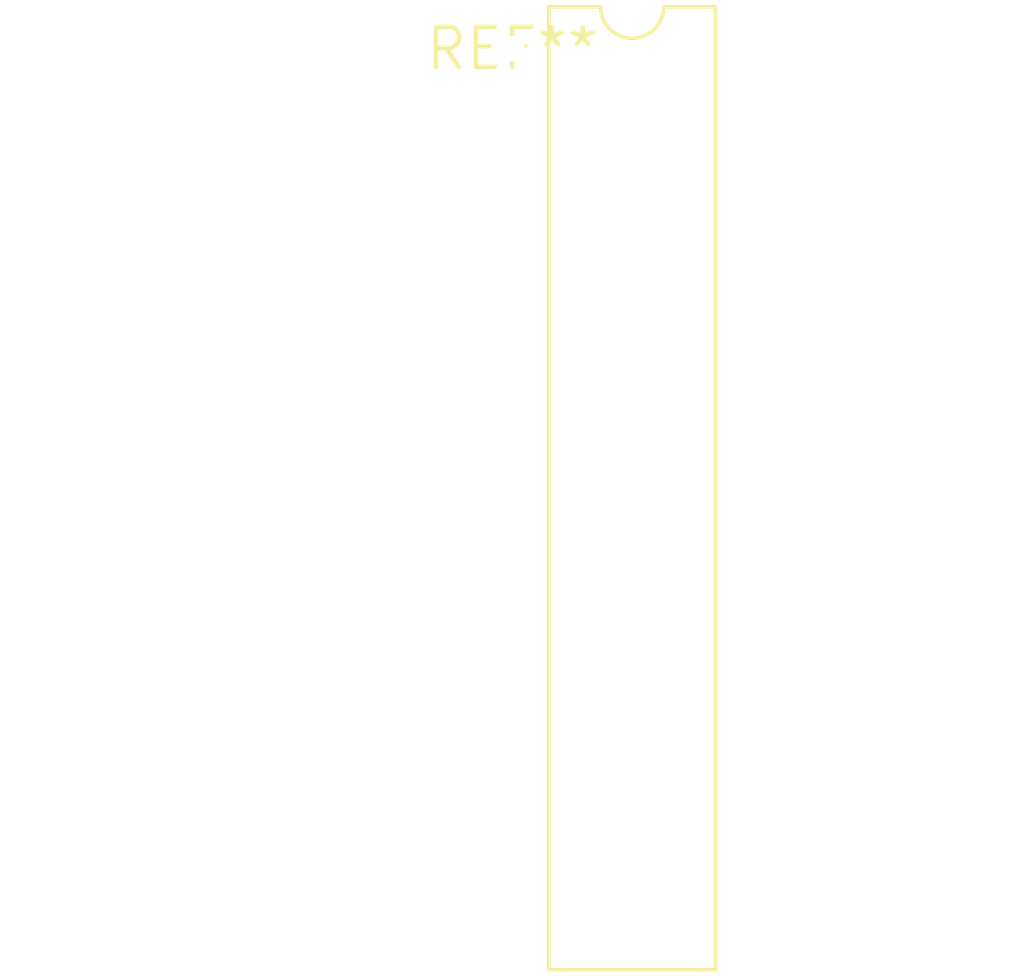
<source format=kicad_pcb>
(kicad_pcb (version 20240108) (generator pcbnew)
  (layers (0 "F.Cu" signal) (31 "B.Cu" signal) (34 "B.Paste" user) (35 "F.Paste" user) (36 "B.SilkS" user "B.Silkscreen") (37 "F.SilkS" user "F.Silkscreen") (38 "B.Mask" user) (39 "F.Mask" user) (44 "Edge.Cuts" user))
  (net 0 "")
  (footprint "CERDIP-24_W7.62mm_SideBrazed" (layer "F.Cu") (at 0 0)
    (property "Reference" "REF**")
    (property "Value" "CERDIP-24_W7.62mm_SideBrazed")
    (fp_line (start 1.16 -1.33) (end 1.16 29.27) (layer "F.SilkS") (stroke (width 0.12)))
    (fp_line (start 1.16 29.27) (end 6.46 29.27) (layer "F.SilkS") (stroke (width 0.12)))
    (fp_line (start 2.81 -1.33) (end 1.16 -1.33) (layer "F.SilkS") (stroke (width 0.12)))
    (fp_line (start 6.46 -1.33) (end 4.81 -1.33) (layer "F.SilkS") (stroke (width 0.12)))
    (fp_line (start 6.46 29.27) (end 6.46 -1.33) (layer "F.SilkS") (stroke (width 0.12)))
    (fp_arc (start 4.81 -1.33) (mid 3.81 -0.33) (end 2.81 -1.33) (layer "F.SilkS") (stroke (width 0.12)))
    (pad "1" thru_hole rect (at 0 0) (size 1.6 1.6) (drill 0.8) (layers *.Cu *.Mask) (remove_unused_layers))
    (pad "2" thru_hole circle (at 0 2.54) (size 1.6 1.6) (drill 0.8) (layers *.Cu *.Mask) (remove_unused_layers))
    (pad "3" thru_hole circle (at 0 5.08) (size 1.6 1.6) (drill 0.8) (layers *.Cu *.Mask) (remove_unused_layers))
    (pad "4" thru_hole circle (at 0 7.62) (size 1.6 1.6) (drill 0.8) (layers *.Cu *.Mask) (remove_unused_layers))
    (pad "5" thru_hole circle (at 0 10.16) (size 1.6 1.6) (drill 0.8) (layers *.Cu *.Mask) (remove_unused_layers))
    (pad "6" thru_hole circle (at 0 12.7) (size 1.6 1.6) (drill 0.8) (layers *.Cu *.Mask) (remove_unused_layers))
    (pad "7" thru_hole circle (at 0 15.24) (size 1.6 1.6) (drill 0.8) (layers *.Cu *.Mask) (remove_unused_layers))
    (pad "8" thru_hole circle (at 0 17.78) (size 1.6 1.6) (drill 0.8) (layers *.Cu *.Mask) (remove_unused_layers))
    (pad "9" thru_hole circle (at 0 20.32) (size 1.6 1.6) (drill 0.8) (layers *.Cu *.Mask) (remove_unused_layers))
    (pad "10" thru_hole circle (at 0 22.86) (size 1.6 1.6) (drill 0.8) (layers *.Cu *.Mask) (remove_unused_layers))
    (pad "11" thru_hole circle (at 0 25.4) (size 1.6 1.6) (drill 0.8) (layers *.Cu *.Mask) (remove_unused_layers))
    (pad "12" thru_hole circle (at 0 27.94) (size 1.6 1.6) (drill 0.8) (layers *.Cu *.Mask) (remove_unused_layers))
    (pad "13" thru_hole circle (at 7.62 27.94) (size 1.6 1.6) (drill 0.8) (layers *.Cu *.Mask) (remove_unused_layers))
    (pad "14" thru_hole circle (at 7.62 25.4) (size 1.6 1.6) (drill 0.8) (layers *.Cu *.Mask) (remove_unused_layers))
    (pad "15" thru_hole circle (at 7.62 22.86) (size 1.6 1.6) (drill 0.8) (layers *.Cu *.Mask) (remove_unused_layers))
    (pad "16" thru_hole circle (at 7.62 20.32) (size 1.6 1.6) (drill 0.8) (layers *.Cu *.Mask) (remove_unused_layers))
    (pad "17" thru_hole circle (at 7.62 17.78) (size 1.6 1.6) (drill 0.8) (layers *.Cu *.Mask) (remove_unused_layers))
    (pad "18" thru_hole circle (at 7.62 15.24) (size 1.6 1.6) (drill 0.8) (layers *.Cu *.Mask) (remove_unused_layers))
    (pad "19" thru_hole circle (at 7.62 12.7) (size 1.6 1.6) (drill 0.8) (layers *.Cu *.Mask) (remove_unused_layers))
    (pad "20" thru_hole circle (at 7.62 10.16) (size 1.6 1.6) (drill 0.8) (layers *.Cu *.Mask) (remove_unused_layers))
    (pad "21" thru_hole circle (at 7.62 7.62) (size 1.6 1.6) (drill 0.8) (layers *.Cu *.Mask) (remove_unused_layers))
    (pad "22" thru_hole circle (at 7.62 5.08) (size 1.6 1.6) (drill 0.8) (layers *.Cu *.Mask) (remove_unused_layers))
    (pad "23" thru_hole circle (at 7.62 2.54) (size 1.6 1.6) (drill 0.8) (layers *.Cu *.Mask) (remove_unused_layers))
    (pad "24" thru_hole circle (at 7.62 0) (size 1.6 1.6) (drill 0.8) (layers *.Cu *.Mask) (remove_unused_layers))
  )
)
</source>
